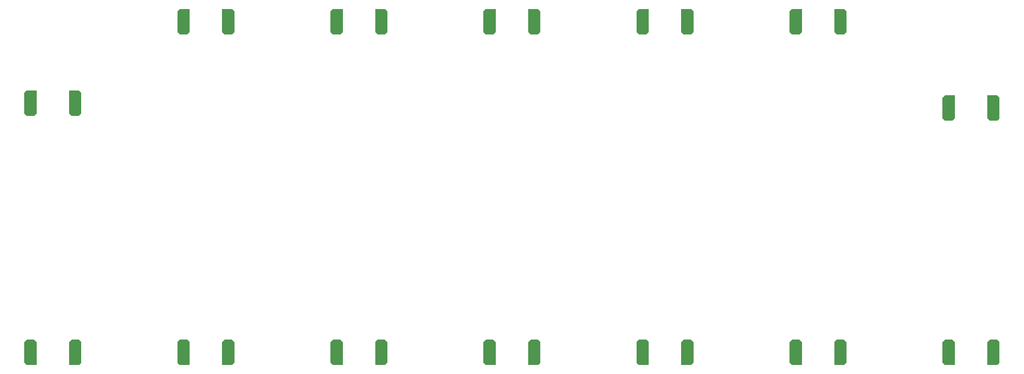
<source format=gbr>
%FSTAX66Y66*%
%MOMM*%
%SFA1B1*%

%IPPOS*%
%LNduts_paste_bot-1*%
%LPD*%
G36*
X000111824998Y000065481987D02*
X000111342398Y000064999387D01*
X000109894598*
X000109411998Y000065481987*
Y000069516777*
X000109894598Y000069999377*
X000111824998*
Y000065481987*
G37*
G36*
X000090587982Y000069516371D02*
Y000065481581D01*
X000090105382Y000064998981*
X000088657582*
X000088174982Y000065481581*
Y000069998971*
X000090105382*
X000090587982Y000069516371*
G37*
G36*
X000081824982Y000065481581D02*
X000081342382Y000064998981D01*
X000079894582*
X000079411982Y000065481581*
Y000069516371*
X000079894582Y000069998971*
X000081824982*
Y000065481581*
G37*
G36*
X000060587991Y00006951599D02*
Y000065481174D01*
X000060105391Y000064998574*
X000058657591*
X000058174991Y000065481174*
Y00006999859*
X000060105391*
X000060587991Y00006951599*
G37*
G36*
X000051824991Y000065481174D02*
X000051342391Y000064998574D01*
X000049894591*
X000049411991Y000065481174*
Y00006951599*
X000049894591Y00006999859*
X000051824991*
Y000065481174*
G37*
G36*
X000030587975Y000053515768D02*
Y000049480978D01*
X000030105375Y000048998378*
X000028657575*
X000028174975Y000049480978*
Y000053998368*
X000030105375*
X000030587975Y000053515768*
G37*
G36*
X000021824975Y000049480978D02*
X000021342375Y000048998378D01*
X000019894575*
X000019411975Y000049480978*
Y000053515768*
X000019894575Y000053998368*
X000021824975*
Y000049480978*
G37*
G36*
X000111824998Y000004518406D02*
Y00000000099D01*
X000109894598*
X000109411998Y00000048359*
Y000004518406*
X000109894598Y000005001006*
X000111342398*
X000111824998Y000004518406*
G37*
G36*
X000090587982Y000004517999D02*
Y000000483184D01*
X000090105382Y000000000584*
X000088174982*
Y000004517999*
X000088657582Y000005000599*
X000090105382*
X000090587982Y000004517999*
G37*
G36*
X000081824982D02*
Y000000000584D01*
X000079894582*
X000079411982Y000000483184*
Y000004517999*
X000079894582Y000005000599*
X000081342382*
X000081824982Y000004517999*
G37*
G36*
X000060587991Y000004517593D02*
Y000000482777D01*
X000060105391Y000000000177*
X000058174991*
Y000004517593*
X000058657591Y000005000193*
X000060105391*
X000060587991Y000004517593*
G37*
G36*
X000051824991D02*
Y000000000177D01*
X000049894591*
X000049411991Y000000482777*
Y000004517593*
X000049894591Y000005000193*
X000051342391*
X000051824991Y000004517593*
G37*
G36*
X000030587975Y000004517186D02*
Y000000482396D01*
X000030105375Y-000000000177*
X000028174975*
Y000004517186*
X000028657575Y000004999786*
X000030105375*
X000030587975Y000004517186*
G37*
G36*
X000021824975D02*
Y-000000000177D01*
X000019894575*
X000019411975Y000000482396*
Y000004517186*
X000019894575Y000004999786*
X000021342375*
X000021824975Y000004517186*
G37*
G36*
X000180588005Y00006951759D02*
Y000065482774D01*
X000180105405Y000065000174*
X000178657605*
X00017817498Y000065482774*
Y00007000019*
X000180105405*
X000180588005Y00006951759*
G37*
G36*
X000171825005Y000065482774D02*
X000171342405Y000065000174D01*
X000169894605*
X00016941198Y000065482774*
Y00006951759*
X000169894605Y00007000019*
X000171825005*
Y000065482774*
G37*
G36*
X000150587989Y000069517183D02*
Y000065482393D01*
X000150105389Y000064999793*
X000148657589*
X000148174989Y000065482393*
Y000069999783*
X000150105389*
X000150587989Y000069517183*
G37*
G36*
X000141824989Y000065482393D02*
X000141342389Y000064999793D01*
X000139894589*
X000139411989Y000065482393*
Y000069517183*
X000139894589Y000069999783*
X000141824989*
Y000065482393*
G37*
G36*
X000120587998Y000069516777D02*
Y000065481987D01*
X000120105398Y000064999387*
X000118657598*
X000118174998Y000065481987*
Y000069999377*
X000120105398*
X000120587998Y000069516777*
G37*
G36*
X000210587996Y000052518183D02*
Y000048483393D01*
X000210105396Y000048000793*
X000208657596*
X000208174996Y000048483393*
Y000053000783*
X000210105396*
X000210587996Y000052518183*
G37*
G36*
X000201824996Y000048483393D02*
X000201342396Y000048000793D01*
X000199894596*
X000199411996Y000048483393*
Y000052518183*
X000199894596Y000053000783*
X000201824996*
Y000048483393*
G37*
G36*
X000210587996Y000004519803D02*
Y000000484987D01*
X000210105396Y000000002387*
X000208174996*
Y000004519803*
X000208657596Y000005002403*
X000210105396*
X000210587996Y000004519803*
G37*
G36*
X000201824996D02*
Y000000002387D01*
X000199894596*
X000199411996Y000000484987*
Y000004519803*
X000199894596Y000005002403*
X000201342396*
X000201824996Y000004519803*
G37*
G36*
X000180588005Y000004519193D02*
Y000000484403D01*
X000180105405Y000000001803*
X00017817498*
Y000004519193*
X000178657605Y000005001793*
X000180105405*
X000180588005Y000004519193*
G37*
G36*
X000171825005D02*
Y000000001803D01*
X000169894605*
X00016941198Y000000484403*
Y000004519193*
X000169894605Y000005001793*
X000171342405*
X000171825005Y000004519193*
G37*
G36*
X000150587989Y000004518787D02*
Y000000483997D01*
X000150105389Y000000001397*
X000148174989*
Y000004518787*
X000148657589Y000005001387*
X000150105389*
X000150587989Y000004518787*
G37*
G36*
X000141824989D02*
Y000000001397D01*
X000139894589*
X000139411989Y000000483997*
Y000004518787*
X000139894589Y000005001387*
X000141342389*
X000141824989Y000004518787*
G37*
G36*
X000120587998Y000004518406D02*
Y00000048359D01*
X000120105398Y00000000099*
X000118174998*
Y000004518406*
X000118657598Y000005001006*
X000120105398*
X000120587998Y000004518406*
G37*
M02*
</source>
